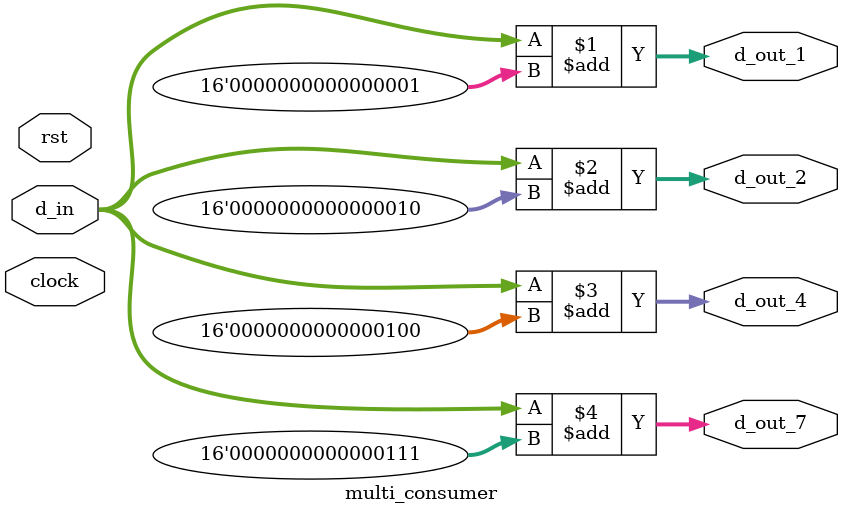
<source format=v>
module multi_consumer(	// file.cleaned.mlir:2:3
  input  [15:0] d_in,	// file.cleaned.mlir:2:32
  input         clock,	// file.cleaned.mlir:2:48
                rst,	// file.cleaned.mlir:2:64
  output [15:0] d_out_1,	// file.cleaned.mlir:2:79
                d_out_2,	// file.cleaned.mlir:2:98
                d_out_4,	// file.cleaned.mlir:2:117
                d_out_7	// file.cleaned.mlir:2:136
);

  assign d_out_1 = d_in + 16'h1;	// file.cleaned.mlir:6:15, :7:10, :11:5
  assign d_out_2 = d_in + 16'h2;	// file.cleaned.mlir:5:15, :8:10, :11:5
  assign d_out_4 = d_in + 16'h4;	// file.cleaned.mlir:4:15, :9:10, :11:5
  assign d_out_7 = d_in + 16'h7;	// file.cleaned.mlir:3:15, :10:10, :11:5
endmodule


</source>
